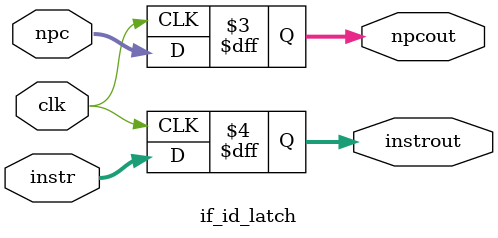
<source format=v>
module if_id_latch(
    input clk,
    input [31:0] npc,
    input [31:0] instr,
    output reg [31:0] npcout,
    output reg [31:0] instrout
);
    initial begin
        npcout = 0;
        instrout = 0;
    end

    always @(posedge clk) begin
        npcout <= npc;
        instrout <= instr;
    end
endmodule

</source>
